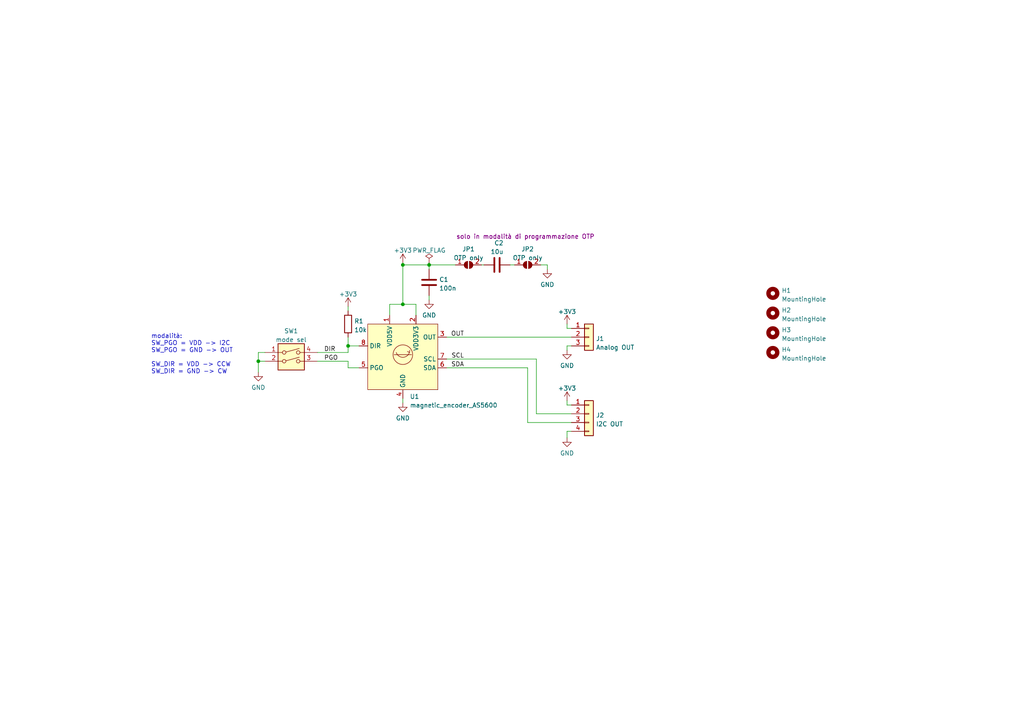
<source format=kicad_sch>
(kicad_sch (version 20211123) (generator eeschema)
  (paper "A4")
  (title_block (title "Scheda encoder AS5600 ") (date "2023-03-29") (rev "1.0") (comment 1 "Filippo Castellan") (comment 2 "Alessandro Speranza") (comment 3 "Ilaria Zamai") (comment 4 "Edoardo Nicolodi"))
  (lib_symbols
    (symbol "Connector_Generic:Conn_01x03" (pin_names (offset 1.016) hide)
      (property "Reference" "J" (at 0 5.08 0))
      (property "Value" "Conn_01x03" (at 0 -5.08 0))
      (symbol "Conn_01x03_1_1"
        (rectangle (start -1.27 -2.413) (end 0 -2.667) (stroke (width 0.1524)))
        (rectangle (start -1.27 0.127) (end 0 -0.127) (stroke (width 0.1524)))
        (rectangle (start -1.27 2.667) (end 0 2.413) (stroke (width 0.1524)))
        (rectangle (start -1.27 3.81) (end 1.27 -3.81) (stroke (width 0.254)) (fill (type background)))
        (pin passive line (at -5.08 2.54 0) (length 3.81) (name "Pin_1") (number "1"))
        (pin passive line (at -5.08 0 0) (length 3.81) (name "Pin_2") (number "2"))
        (pin passive line (at -5.08 -2.54 0) (length 3.81) (name "Pin_3") (number "3"))
      )
    )
    (symbol "Connector_Generic:Conn_01x04" (pin_names (offset 1.016) hide)
      (property "Reference" "J" (at 0 5.08 0))
      (property "Value" "Conn_01x04" (at 0 -7.62 0))
      (symbol "Conn_01x04_1_1"
        (rectangle (start -1.27 -4.953) (end 0 -5.207) (stroke (width 0.1524)))
        (rectangle (start -1.27 -2.413) (end 0 -2.667) (stroke (width 0.1524)))
        (rectangle (start -1.27 0.127) (end 0 -0.127) (stroke (width 0.1524)))
        (rectangle (start -1.27 2.667) (end 0 2.413) (stroke (width 0.1524)))
        (rectangle (start -1.27 3.81) (end 1.27 -6.35) (stroke (width 0.254)) (fill (type background)))
        (pin passive line (at -5.08 2.54 0) (length 3.81) (name "Pin_1") (number "1"))
        (pin passive line (at -5.08 0 0) (length 3.81) (name "Pin_2") (number "2"))
        (pin passive line (at -5.08 -2.54 0) (length 3.81) (name "Pin_3") (number "3"))
        (pin passive line (at -5.08 -5.08 0) (length 3.81) (name "Pin_4") (number "4"))
      )
    )
    (symbol "Device:C" (pin_numbers hide) (pin_names (offset 0.254))
      (property "Reference" "C" (at 0.635 2.54 0))
      (property "Value" "C" (at 0.635 -2.54 0))
      (symbol "C_0_1"
        (polyline (pts (xy -2.032 -0.762) (xy 2.032 -0.762)) (stroke (width 0.508)))
        (polyline (pts (xy -2.032 0.762) (xy 2.032 0.762)) (stroke (width 0.508)))
      )
      (symbol "C_1_1"
        (pin passive line (at 0 3.81 270) (length 2.794) (name "~") (number "1"))
        (pin passive line (at 0 -3.81 90) (length 2.794) (name "~") (number "2"))
      )
    )
    (symbol "Device:R" (pin_numbers hide) (pin_names (offset 0))
      (property "Reference" "R" (at 2.032 0 90))
      (property "Value" "R" (at 0 0 90))
      (symbol "R_0_1"
        (rectangle (start -1.016 -2.54) (end 1.016 2.54) (stroke (width 0.254)))
      )
      (symbol "R_1_1"
        (pin passive line (at 0 3.81 270) (length 1.27) (name "~") (number "1"))
        (pin passive line (at 0 -3.81 90) (length 1.27) (name "~") (number "2"))
      )
    )
    (symbol "Jumper:SolderJumper_2_Open" (pin_names (offset 0) hide)
      (property "Reference" "JP" (at 0 2.032 0))
      (property "Value" "SolderJumper_2_Open" (at 0 -2.54 0))
      (symbol "SolderJumper_2_Open_0_1"
        (arc (start -0.254 1.016) (mid -1.27 0) (end -0.254 -1.016))
        (arc (start -0.254 1.016) (mid -1.27 0) (end -0.254 -1.016) (fill (type outline)))
        (polyline (pts (xy -0.254 1.016) (xy -0.254 -1.016)))
        (polyline (pts (xy 0.254 1.016) (xy 0.254 -1.016)))
        (arc (start 0.254 -1.016) (mid 1.27 0) (end 0.254 1.016))
        (arc (start 0.254 -1.016) (mid 1.27 0) (end 0.254 1.016) (fill (type outline)))
      )
      (symbol "SolderJumper_2_Open_1_1"
        (pin passive line (at -3.81 0 0) (length 2.54) (name "A") (number "1"))
        (pin passive line (at 3.81 0 180) (length 2.54) (name "B") (number "2"))
      )
    )
    (symbol "Mechanical:MountingHole" (pin_names (offset 1.016))
      (property "Reference" "H" (at 0 5.08 0))
      (property "Value" "MountingHole" (at 0 3.175 0))
      (symbol "MountingHole_0_1"
        (circle (center 0 0) (radius 1.27) (stroke (width 1.27)))
      )
    )
    (symbol "Switch:SW_DIP_x02" (pin_names (offset 0) hide)
      (property "Reference" "SW" (at 0 6.35 0))
      (property "Value" "SW_DIP_x02" (at 0 -3.81 0))
      (symbol "SW_DIP_x02_0_0"
        (circle (center -2.032 0) (radius 0.508))
        (circle (center -2.032 2.54) (radius 0.508))
        (polyline (pts (xy -1.524 0.127) (xy 2.3622 1.1684)))
        (polyline (pts (xy -1.524 2.667) (xy 2.3622 3.7084)))
        (circle (center 2.032 0) (radius 0.508))
        (circle (center 2.032 2.54) (radius 0.508))
      )
      (symbol "SW_DIP_x02_0_1"
        (rectangle (start -3.81 5.08) (end 3.81 -2.54) (stroke (width 0.254)) (fill (type background)))
      )
      (symbol "SW_DIP_x02_1_1"
        (pin passive line (at -7.62 2.54 0) (length 5.08) (name "~") (number "1"))
        (pin passive line (at -7.62 0 0) (length 5.08) (name "~") (number "2"))
        (pin passive line (at 7.62 0 180) (length 5.08) (name "~") (number "3"))
        (pin passive line (at 7.62 2.54 180) (length 5.08) (name "~") (number "4"))
      )
    )
    (symbol "_MIA:magnetic_encoder_AS5600"
      (property "Reference" "U" (at 0 27.94 0))
      (property "Value" "magnetic_encoder_AS5600" (at -1.27 26.67 0))
      (symbol "magnetic_encoder_AS5600_0_1"
        (rectangle (start -10.16 10.16) (end 10.16 -8.89) (stroke (width 0.1524)) (fill (type background)))
        (arc (start -1.905 1.905) (mid 0 -0.6985) (end 1.905 1.905) (stroke (width 0.1524)))
        (polyline (pts (xy -2.54 1.27) (xy 2.54 1.27)) (stroke (width 0.1524)))
        (polyline (pts (xy 2.032 2.54) (xy 1.9156 1.9181) (xy 1.3312 2.205)) (stroke (width 0.1524)))
        (circle (center 0 1.27) (radius 2.8398) (stroke (width 0.1524)))
      )
      (symbol "magnetic_encoder_AS5600_1_1"
        (pin power_in line (at -3.81 12.7 270) (length 2.54) (name "VDD5V") (number "1"))
        (pin power_in line (at 3.81 12.7 270) (length 2.54) (name "VDD3V3") (number "2"))
        (pin output line (at 12.7 6.35 180) (length 2.54) (name "OUT") (number "3"))
        (pin power_out line (at 0 -11.43 90) (length 2.54) (name "GND") (number "4"))
        (pin input line (at -12.7 -2.54 0) (length 2.54) (name "PGO") (number "5"))
        (pin open_collector line (at 12.7 -2.54 180) (length 2.54) (name "SDA") (number "6"))
        (pin open_collector line (at 12.7 0 180) (length 2.54) (name "SCL") (number "7"))
        (pin input line (at -12.7 3.81 0) (length 2.54) (name "DIR") (number "8"))
      )
    )
    (symbol "power:+3V3" (power) (pin_names (offset 0))
      (property "Value" "+3V3" (at 0 3.556 0))
      (symbol "+3V3_0_1"
        (polyline (pts (xy -0.762 1.27) (xy 0 2.54)))
        (polyline (pts (xy 0 0) (xy 0 2.54)))
        (polyline (pts (xy 0 2.54) (xy 0.762 1.27)))
      )
      (symbol "+3V3_1_1"
        (pin power_in line (at 0 0 90) (length 0) hide (name "+3V3") (number "1"))
      )
    )
    (symbol "power:GND" (power) (pin_names (offset 0))
      (property "Value" "GND" (at 0 -3.81 0))
      (symbol "GND_0_1"
        (polyline (pts (xy 0 0) (xy 0 -1.27) (xy 1.27 -1.27) (xy 0 -2.54) (xy -1.27 -1.27) (xy 0 -1.27)))
      )
      (symbol "GND_1_1"
        (pin power_in line (at 0 0 270) (length 0) hide (name "GND") (number "1"))
      )
    )
    (symbol "power:PWR_FLAG" (power) (pin_numbers hide) (pin_names (offset 0) hide)
      (property "Value" "PWR_FLAG" (at 0 3.81 0))
      (symbol "PWR_FLAG_0_0"
        (pin power_out line (at 0 0 90) (length 0) (name "pwr") (number "1"))
      )
      (symbol "PWR_FLAG_0_1"
        (polyline (pts (xy 0 0) (xy 0 1.27) (xy -1.016 1.905) (xy 0 2.54) (xy 1.016 1.905) (xy 0 1.27)))
      )
    )
  )
  (junction (at 124.46 76.835))
  (junction (at 116.84 88.265))
  (junction (at 116.84 76.835))
  (junction (at 74.93 104.775))
  (junction (at 100.965 100.33))
  (wire (pts (xy 164.465 95.25) (xy 165.735 95.25)))
  (wire (pts (xy 100.965 106.68) (xy 104.14 106.68)))
  (wire (pts (xy 164.465 116.205) (xy 164.465 117.475)))
  (wire (pts (xy 113.03 88.265) (xy 116.84 88.265)))
  (wire (pts (xy 76.835 104.775) (xy 74.93 104.775)))
  (wire (pts (xy 129.54 106.68) (xy 153.035 106.68)))
  (wire (pts (xy 76.835 102.235) (xy 74.93 102.235)))
  (wire (pts (xy 74.93 104.775) (xy 74.93 107.95)))
  (wire (pts (xy 124.46 76.835) (xy 132.08 76.835)))
  (wire (pts (xy 100.965 97.79) (xy 100.965 100.33)))
  (wire (pts (xy 129.54 97.79) (xy 165.735 97.79)))
  (wire (pts (xy 116.84 76.835) (xy 116.84 88.265)))
  (wire (pts (xy 120.65 88.265) (xy 120.65 91.44)))
  (wire (pts (xy 124.46 76.2) (xy 124.46 76.835)))
  (wire (pts (xy 92.075 102.235) (xy 100.965 102.235)))
  (wire (pts (xy 100.965 88.9) (xy 100.965 90.17)))
  (wire (pts (xy 139.7 76.835) (xy 140.335 76.835)))
  (wire (pts (xy 164.465 93.98) (xy 164.465 95.25)))
  (wire (pts (xy 155.575 120.015) (xy 165.735 120.015)))
  (wire (pts (xy 164.465 117.475) (xy 165.735 117.475)))
  (wire (pts (xy 147.955 76.835) (xy 149.225 76.835)))
  (wire (pts (xy 116.84 88.265) (xy 120.65 88.265)))
  (wire (pts (xy 156.845 76.835) (xy 158.75 76.835)))
  (wire (pts (xy 116.84 76.2) (xy 116.84 76.835)))
  (wire (pts (xy 153.035 122.555) (xy 153.035 106.68)))
  (wire (pts (xy 164.465 100.33) (xy 164.465 101.6)))
  (wire (pts (xy 124.46 78.105) (xy 124.46 76.835)))
  (wire (pts (xy 74.93 102.235) (xy 74.93 104.775)))
  (wire (pts (xy 124.46 85.725) (xy 124.46 86.995)))
  (wire (pts (xy 116.84 76.835) (xy 124.46 76.835)))
  (wire (pts (xy 100.965 104.775) (xy 100.965 106.68)))
  (wire (pts (xy 100.965 100.33) (xy 104.14 100.33)))
  (wire (pts (xy 164.465 125.095) (xy 164.465 127)))
  (wire (pts (xy 165.735 100.33) (xy 164.465 100.33)))
  (wire (pts (xy 92.075 104.775) (xy 100.965 104.775)))
  (wire (pts (xy 164.465 125.095) (xy 165.735 125.095)))
  (wire (pts (xy 155.575 104.14) (xy 155.575 120.015)))
  (wire (pts (xy 158.75 76.835) (xy 158.75 78.105)))
  (wire (pts (xy 129.54 104.14) (xy 155.575 104.14)))
  (wire (pts (xy 113.03 91.44) (xy 113.03 88.265)))
  (wire (pts (xy 100.965 102.235) (xy 100.965 100.33)))
  (wire (pts (xy 116.84 115.57) (xy 116.84 116.84)))
  (wire (pts (xy 165.735 122.555) (xy 153.035 122.555)))
  (text "modalità:\nSW_PGO = VDD -> I2C\nSW_PGO = GND -> OUT\n\nSW_DIR = VDD -> CCW\nSW_DIR = GND -> CW" (at 43.815 108.585 0) (effects (font (size 1.27 1.27)) (justify left bottom)))
  (label "OUT" (at 134.62 97.79 180))
  (label "SCL" (at 134.62 104.14 180))
  (label "PGO" (at 93.98 104.775 0))
  (label "SDA" (at 134.62 106.68 180))
  (label "DIR" (at 93.98 102.235 0))
  (symbol (lib_id "Mechanical:MountingHole") (at 224.155 96.52 0) (unit 1)
    (property "Reference" "H3" (at 226.695 95.6853 0) (effects (justify left)))
    (property "Value" "MountingHole" (at 226.695 98.2222 0) (effects (justify left)))
    (property "Footprint" "MountingHole:MountingHole_3.2mm_M3_Pad_Via" (effects hide))
  )
  (symbol (lib_id "Mechanical:MountingHole") (at 224.155 85.09 0) (unit 1)
    (property "Reference" "H1" (at 226.695 84.2553 0) (effects (justify left)))
    (property "Value" "MountingHole" (at 226.695 86.7922 0) (effects (justify left)))
    (property "Footprint" "MountingHole:MountingHole_3.2mm_M3_Pad_Via" (effects hide))
  )
  (symbol (lib_id "Mechanical:MountingHole") (at 224.155 90.805 0) (unit 1)
    (property "Reference" "H2" (at 226.695 89.9703 0) (effects (justify left)))
    (property "Value" "MountingHole" (at 226.695 92.5072 0) (effects (justify left)))
    (property "Footprint" "MountingHole:MountingHole_3.2mm_M3_Pad_Via" (effects hide))
  )
  (symbol (lib_id "power:GND") (at 124.46 86.995 0) (unit 1)
    (property "Reference" "#PWR05" (effects hide))
    (property "Value" "GND" (at 124.46 91.4384 0))
  )
  (symbol (lib_id "power:+3V3") (at 164.465 93.98 0) (unit 1)
    (property "Reference" "#PWR07" (effects hide))
    (property "Value" "+3V3" (at 164.465 90.4042 0))
  )
  (symbol (lib_id "Connector_Generic:Conn_01x04") (at 170.815 120.015 0) (unit 1)
    (property "Reference" "J2" (at 172.847 120.4503 0) (effects (justify left)))
    (property "Value" "I2C OUT" (at 172.847 122.9872 0) (effects (justify left)))
    (property "Footprint" "Connector_JST:JST_XH_B4B-XH-A_1x04_P2.50mm_Vertical" (effects hide))
  )
  (symbol (lib_id "Jumper:SolderJumper_2_Open") (at 135.89 76.835 0) (unit 1)
    (property "Reference" "JP1" (at 135.89 72.2462 0))
    (property "Value" "OTP only" (at 135.89 74.7831 0))
    (property "Footprint" "Jumper:SolderJumper-2_P1.3mm_Open_RoundedPad1.0x1.5mm" (effects hide))
  )
  (symbol (lib_id "power:GND") (at 164.465 127 0) (unit 1)
    (property "Reference" "#PWR010" (effects hide))
    (property "Value" "GND" (at 164.465 131.4434 0))
  )
  (symbol (lib_id "Device:C") (at 124.46 81.915 0) (unit 1)
    (property "Reference" "C1" (at 127.381 81.0803 0) (effects (justify left)))
    (property "Value" "100n" (at 127.381 83.6172 0) (effects (justify left)))
    (property "Footprint" "Capacitor_SMD:C_0603_1608Metric" (effects hide))
  )
  (symbol (lib_id "Device:C") (at 144.145 76.835 90) (unit 1)
    (property "Reference" "C2" (at 146.05 70.4881 90) (effects (justify left)))
    (property "Value" "10u" (at 146.05 73.025 90) (effects (justify left)))
    (property "Footprint" "Capacitor_SMD:C_0603_1608Metric" (effects hide))
    (property "case" "solo in modalità di programmazione OTP" (at 152.4 68.58 90))
  )
  (symbol (lib_id "power:GND") (at 164.465 101.6 0) (unit 1)
    (property "Reference" "#PWR08" (effects hide))
    (property "Value" "GND" (at 164.465 106.0434 0))
  )
  (symbol (lib_id "Mechanical:MountingHole") (at 224.155 102.235 0) (unit 1)
    (property "Reference" "H4" (at 226.695 101.4003 0) (effects (justify left)))
    (property "Value" "MountingHole" (at 226.695 103.9372 0) (effects (justify left)))
    (property "Footprint" "MountingHole:MountingHole_3.2mm_M3_Pad_Via" (effects hide))
  )
  (symbol (lib_id "power:+3V3") (at 100.965 88.9 0) (unit 1)
    (property "Reference" "#PWR02" (effects hide))
    (property "Value" "+3V3" (at 100.965 85.3242 0))
  )
  (symbol (lib_id "power:+3V3") (at 164.465 116.205 0) (unit 1)
    (property "Reference" "#PWR09" (effects hide))
    (property "Value" "+3V3" (at 164.465 112.6292 0))
  )
  (symbol (lib_id "_MIA:magnetic_encoder_AS5600") (at 116.84 104.14 0) (unit 1)
    (property "Reference" "U1" (at 118.8594 115.0096 0) (effects (justify left)))
    (property "Value" "magnetic_encoder_AS5600" (at 118.8594 117.5465 0) (effects (justify left)))
    (property "Footprint" "Package_SO:SOIC-8_3.9x4.9mm_P1.27mm" (effects hide))
    (property "Datasheet" "https://www.mouser.it/datasheet/2/588/AS5600_DS000365_5_00-1877365.pdf" (effects hide))
  )
  (symbol (lib_id "power:GND") (at 74.93 107.95 0) (unit 1)
    (property "Reference" "#PWR01" (effects hide))
    (property "Value" "GND" (at 74.93 112.395 0))
  )
  (symbol (lib_id "Device:R") (at 100.965 93.98 0) (unit 1)
    (property "Reference" "R1" (at 102.743 93.1453 0) (effects (justify left)))
    (property "Value" "10k" (at 102.743 95.6822 0) (effects (justify left)))
    (property "Footprint" "Resistor_SMD:R_0603_1608Metric" (effects hide))
  )
  (symbol (lib_id "power:PWR_FLAG") (at 124.46 76.2 0) (unit 1)
    (property "Reference" "#FLG01" (effects hide))
    (property "Value" "PWR_FLAG" (at 124.46 72.6242 0))
  )
  (symbol (lib_id "Connector_Generic:Conn_01x03") (at 170.815 97.79 0) (unit 1)
    (property "Reference" "J1" (at 172.847 98.2253 0) (effects (justify left)))
    (property "Value" "Analog OUT" (at 172.847 100.7622 0) (effects (justify left)))
    (property "Footprint" "Connector_JST:JST_XH_B3B-XH-A_1x03_P2.50mm_Vertical" (effects hide))
  )
  (symbol (lib_id "power:GND") (at 158.75 78.105 0) (unit 1)
    (property "Reference" "#PWR06" (effects hide))
    (property "Value" "GND" (at 158.75 82.5484 0))
  )
  (symbol (lib_id "power:+3V3") (at 116.84 76.2 0) (unit 1)
    (property "Reference" "#PWR03" (effects hide))
    (property "Value" "+3V3" (at 116.84 72.6242 0))
  )
  (symbol (lib_id "power:GND") (at 116.84 116.84 0) (unit 1)
    (property "Reference" "#PWR04" (effects hide))
    (property "Value" "GND" (at 116.84 121.2834 0))
  )
  (symbol (lib_id "Jumper:SolderJumper_2_Open") (at 153.035 76.835 0) (unit 1)
    (property "Reference" "JP2" (at 153.035 72.2462 0))
    (property "Value" "OTP only" (at 153.035 74.7831 0))
    (property "Footprint" "Jumper:SolderJumper-2_P1.3mm_Open_RoundedPad1.0x1.5mm" (effects hide))
  )
  (symbol (lib_id "Switch:SW_DIP_x02") (at 84.455 104.775 0) (unit 1)
    (property "Reference" "SW1" (at 84.455 95.9952 0))
    (property "Value" "mode sel" (at 84.455 98.5321 0))
    (property "Footprint" "Button_Switch_THT:SW_DIP_SPSTx02_Slide_9.78x7.26mm_W7.62mm_P2.54mm" (effects hide))
    (property "Datasheet" "https://www.farnell.com/datasheets/2803214.pdf" (effects hide))
    (property "farnell" "2864305" (effects hide))
  )
)
</source>
